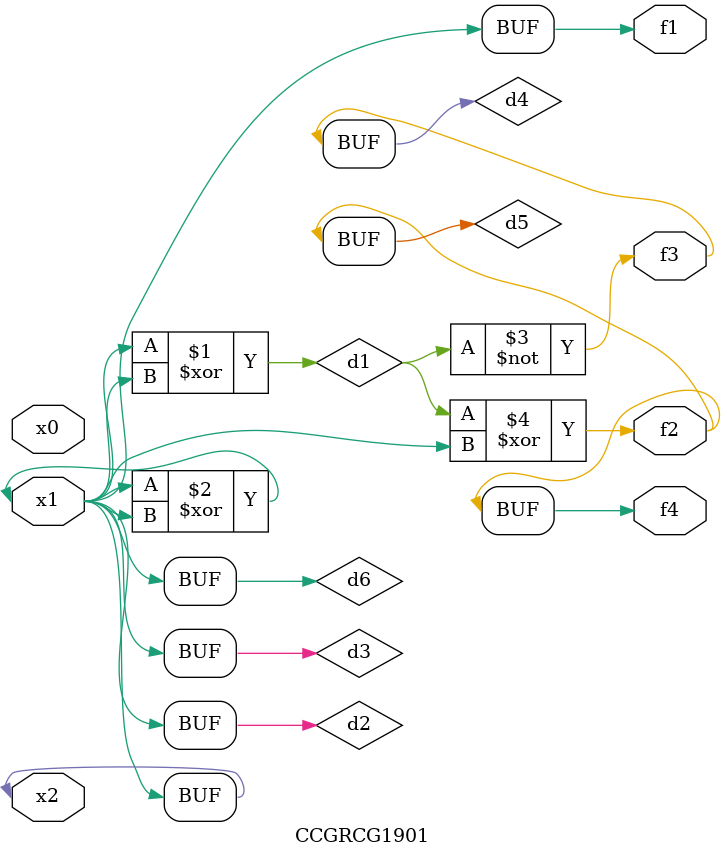
<source format=v>
module CCGRCG1901(
	input x0, x1, x2,
	output f1, f2, f3, f4
);

	wire d1, d2, d3, d4, d5, d6;

	xor (d1, x1, x2);
	buf (d2, x1, x2);
	xor (d3, x1, x2);
	nor (d4, d1);
	xor (d5, d1, d2);
	buf (d6, d2, d3);
	assign f1 = d6;
	assign f2 = d5;
	assign f3 = d4;
	assign f4 = d5;
endmodule

</source>
